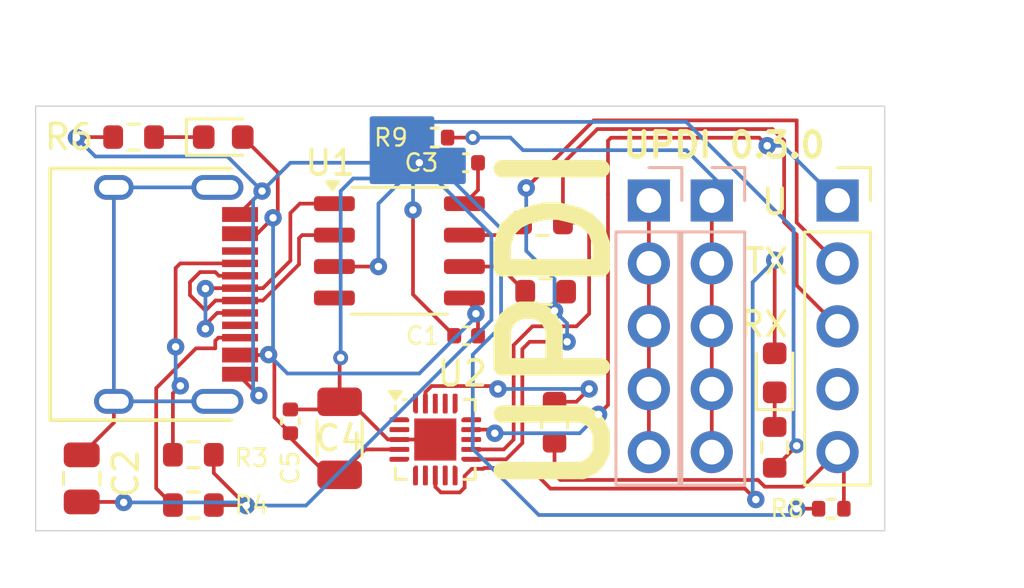
<source format=kicad_pcb>
(kicad_pcb (version 20240108) (generator "pcbnew") (generator_version "8.0")
  (layers (0 "F.Cu" signal) (31 "B.Cu" signal) (34 "B.Paste" user) (35 "F.Paste" user) (36 "B.SilkS" user "B.Silkscreen") (37 "F.SilkS" user "F.Silkscreen") (38 "B.Mask" user) (39 "F.Mask" user) (44 "Edge.Cuts" user))
  (net 0 "")
  (net 1 "5V")
  (net 2 "GND")
  (net 3 "Net-(J2-SHIELD)")
  (net 4 "Net-(U1-V3)")
  (net 5 "Net-(GND1-Pin_1)")
  (net 6 "Net-(D1-K)")
  (net 7 "Net-(D2-K)")
  (net 8 "LED")
  (net 9 "D-")
  (net 10 "Net-(J2-CC1)")
  (net 11 "D+")
  (net 12 "Net-(J2-CC2)")
  (net 13 "PROG")
  (net 15 "MCU_UDPI")
  (net 16 "SERIAL_TX")
  (net 17 "Net-(U1-TXD)")
  (net 18 "Net-(U1-RXD)")
  (net 19 "SERIAL_RX")
  (net 20 "Net-(U2-~{RESET}{slash}PA0)")
  (net 35 "Net-(NC1-Pin_1)")
  (footprint "Capacitor_SMD:C_0402_1005Metric" (layer "F.Cu") (at 216.14 51.181 180)
    (property "Reference" "C1" (at 1.75 0 0) (layer "F.SilkS") (effects (font (size 0.7 0.7) (thickness 0.1))))
    (property "Value" "0.1uf")
    (fp_line (start -0.107836 0.36) (end 0.107836 0.36) (stroke (width 0.12)) (layer "F.SilkS"))
    (fp_line (start -0.107836 -0.36) (end 0.107836 -0.36) (stroke (width 0.12)) (layer "F.SilkS"))
    (pad "1" smd roundrect (at -0.48 0 180) (size 0.56 0.62) (layers "F.Cu" "F.Paste" "F.Mask") (net 1 "5V"))
    (pad "2" smd roundrect (at 0.48 0 180) (size 0.56 0.62) (layers "F.Cu" "F.Paste" "F.Mask") (net 2 "GND"))
  )
  (footprint "Package_SO:SOP-8_3.9x4.9mm_P1.27mm" (layer "F.Cu") (at 213.445 47.752)
    (property "Reference" "U1" (at -2.794 -3.556 0) (layer "F.SilkS"))
    (property "Value" "CH340N")
    (fp_line (start 0 -2.56) (end -1.95 -2.56) (stroke (width 0.12)) (layer "F.SilkS"))
    (fp_line (start 0 -2.56) (end 1.95 -2.56) (stroke (width 0.12)) (layer "F.SilkS"))
    (fp_line (start 0 2.56) (end -1.95 2.56) (stroke (width 0.12)) (layer "F.SilkS"))
    (fp_line (start 0 2.56) (end 1.95 2.56) (stroke (width 0.12)) (layer "F.SilkS"))
    (fp_poly (pts (xy -2.7 -2.465) (xy -2.94 -2.795) (xy -2.46 -2.795) (xy -2.7 -2.465)) (stroke (width 0.12)) (fill solid) (layer "F.SilkS"))
    (pad "1" smd roundrect (at -2.625 -1.905) (size 1.65 0.6) (layers "F.Cu" "F.Paste" "F.Mask") (net 11 "D+"))
    (pad "2" smd roundrect (at -2.625 -0.635) (size 1.65 0.6) (layers "F.Cu" "F.Paste" "F.Mask") (net 9 "D-"))
    (pad "3" smd roundrect (at -2.625 0.635) (size 1.65 0.6) (layers "F.Cu" "F.Paste" "F.Mask") (net 2 "GND"))
    (pad "4" smd roundrect (at -2.625 1.905) (size 1.65 0.6) (layers "F.Cu" "F.Paste" "F.Mask"))
    (pad "5" smd roundrect (at 2.625 1.905) (size 1.65 0.6) (layers "F.Cu" "F.Paste" "F.Mask") (net 1 "5V"))
    (pad "6" smd roundrect (at 2.625 0.635) (size 1.65 0.6) (layers "F.Cu" "F.Paste" "F.Mask") (net 17 "Net-(U1-TXD)"))
    (pad "7" smd roundrect (at 2.625 -0.635) (size 1.65 0.6) (layers "F.Cu" "F.Paste" "F.Mask") (net 18 "Net-(U1-RXD)"))
    (pad "8" smd roundrect (at 2.625 -1.905) (size 1.65 0.6) (layers "F.Cu" "F.Paste" "F.Mask") (net 4 "Net-(U1-V3)"))
  )
  (footprint "Resistor_SMD:R_0603_1608Metric" (layer "F.Cu") (at 219.351 49.403)
    (property "Reference" "R1")
    (property "Value" "1k")
    (fp_line (start -0.237258 -0.5225) (end 0.237258 -0.5225) (stroke (width 0.12)) (layer "F.SilkS"))
    (fp_line (start -0.237258 0.5225) (end 0.237258 0.5225) (stroke (width 0.12)) (layer "F.SilkS"))
    (pad "1" smd roundrect (at -0.825 0) (size 0.8 0.95) (layers "F.Cu" "F.Paste" "F.Mask") (net 17 "Net-(U1-TXD)"))
    (pad "2" smd roundrect (at 0.825 0) (size 0.8 0.95) (layers "F.Cu" "F.Paste" "F.Mask") (net 16 "SERIAL_TX"))
  )
  (footprint "BreadModular_TypeC:HRO-TYPE-C-31-M-12" (layer "F.Cu") (at 199.315 49.51 -90)
    (property "Reference" "J2")
    (property "Value" "USB_C_Receptacle_USB2.0_14P")
    (fp_line (start -5.08 -0.033) (end 5.08 -0.033) (stroke (width 0.15)) (layer "F.SilkS"))
    (fp_line (start -5.08 -0.033) (end -5.08 -7.333) (stroke (width 0.15)) (layer "F.SilkS"))
    (fp_line (start 5.08 -0.033) (end 5.08 -7.333) (stroke (width 0.15)) (layer "F.SilkS"))
    (pad "" np_thru_hole circle (at -2.89 -6.25 270) (size 0.65 0.65) (drill 0.65) (layers "*.Cu" "*.Mask"))
    (pad "" np_thru_hole circle (at 2.89 -6.25 270) (size 0.65 0.65) (drill 0.65) (layers "*.Cu" "*.Mask"))
    (pad "A1" smd rect (at -3.225 -7.695 270) (size 0.6 1.45) (layers "F.Cu" "F.Paste" "F.Mask") (net 2 "GND"))
    (pad "A4" smd rect (at -2.45 -7.695 270) (size 0.6 1.45) (layers "F.Cu" "F.Paste" "F.Mask") (net 1 "5V"))
    (pad "A5" smd rect (at -1.25 -7.695 270) (size 0.3 1.45) (layers "F.Cu" "F.Paste" "F.Mask") (net 10 "Net-(J2-CC1)"))
    (pad "A6" smd rect (at -0.25 -7.695 270) (size 0.3 1.45) (layers "F.Cu" "F.Paste" "F.Mask") (net 11 "D+"))
    (pad "A7" smd rect (at 0.25 -7.695 270) (size 0.3 1.45) (layers "F.Cu" "F.Paste" "F.Mask") (net 9 "D-"))
    (pad "A8" smd rect (at 1.25 -7.695 270) (size 0.3 1.45) (layers "F.Cu" "F.Paste" "F.Mask"))
    (pad "A9" smd rect (at 2.45 -7.695 270) (size 0.6 1.45) (layers "F.Cu" "F.Paste" "F.Mask") (net 1 "5V"))
    (pad "A12" smd rect (at 3.225 -7.695 270) (size 0.6 1.45) (layers "F.Cu" "F.Paste" "F.Mask") (net 2 "GND"))
    (pad "B5" smd rect (at 1.75 -7.695 270) (size 0.3 1.45) (layers "F.Cu" "F.Paste" "F.Mask") (net 12 "Net-(J2-CC2)"))
    (pad "B6" smd rect (at 0.75 -7.695 270) (size 0.3 1.45) (layers "F.Cu" "F.Paste" "F.Mask") (net 11 "D+"))
    (pad "B7" smd rect (at -0.75 -7.695 270) (size 0.3 1.45) (layers "F.Cu" "F.Paste" "F.Mask") (net 9 "D-"))
    (pad "B8" smd rect (at -1.75 -7.695 270) (size 0.3 1.45) (layers "F.Cu" "F.Paste" "F.Mask"))
    (pad "S1" thru_hole oval (at -4.32 -6.78 270) (size 1 2.1) (drill oval 0.6 1.7) (layers "*.Cu" "*.Paste" "*.Mask") (net 3 "Net-(J2-SHIELD)"))
    (pad "S1" thru_hole oval (at -4.32 -2.6 270) (size 1 1.6) (drill oval 0.6 1.2) (layers "*.Cu" "*.Paste" "*.Mask") (net 3 "Net-(J2-SHIELD)"))
    (pad "S1" thru_hole oval (at 4.32 -6.78 270) (size 1 2.1) (drill oval 0.6 1.7) (layers "*.Cu" "*.Paste" "*.Mask") (net 3 "Net-(J2-SHIELD)"))
    (pad "S1" thru_hole oval (at 4.32 -2.6 270) (size 1 1.6) (drill oval 0.6 1.2) (layers "*.Cu" "*.Paste" "*.Mask") (net 3 "Net-(J2-SHIELD)"))
  )
  (footprint "Resistor_SMD:R_0603_1608Metric" (layer "F.Cu") (at 205.124 55.987)
    (property "Reference" "R3" (at 2.349 0.127 0) (layer "F.SilkS") (effects (font (size 0.7 0.7) (thickness 0.1))))
    (property "Value" "5.1k")
    (fp_line (start -0.237258 -0.5225) (end 0.237258 -0.5225) (stroke (width 0.12)) (layer "F.SilkS"))
    (fp_line (start -0.237258 0.5225) (end 0.237258 0.5225) (stroke (width 0.12)) (layer "F.SilkS"))
    (pad "1" smd roundrect (at -0.825 0) (size 0.8 0.95) (layers "F.Cu" "F.Paste" "F.Mask") (net 10 "Net-(J2-CC1)"))
    (pad "2" smd roundrect (at 0.825 0) (size 0.8 0.95) (layers "F.Cu" "F.Paste" "F.Mask") (net 2 "GND"))
  )
  (footprint "Capacitor_SMD:C_0402_1005Metric" (layer "F.Cu") (at 209.042 54.638 -90)
    (property "Reference" "C5" (at 1.877 0 90) (layer "F.SilkS") (effects (font (size 0.7 0.7) (thickness 0.1))))
    (property "Value" "100nf")
    (fp_line (start -0.107836 0.36) (end 0.107836 0.36) (stroke (width 0.12)) (layer "F.SilkS"))
    (fp_line (start -0.107836 -0.36) (end 0.107836 -0.36) (stroke (width 0.12)) (layer "F.SilkS"))
    (pad "1" smd roundrect (at -0.48 0 270) (size 0.56 0.62) (layers "F.Cu" "F.Paste" "F.Mask") (net 2 "GND"))
    (pad "2" smd roundrect (at 0.48 0 270) (size 0.56 0.62) (layers "F.Cu" "F.Paste" "F.Mask") (net 1 "5V"))
  )
  (footprint "Capacitor_SMD:C_1206_3216Metric" (layer "F.Cu") (at 211.032 55.323 -90)
    (property "Reference" "C4" (at 0 0 180) (layer "F.SilkS"))
    (property "Value" "100uf")
    (fp_line (start -0.711252 0.91) (end 0.711252 0.91) (stroke (width 0.12)) (layer "F.SilkS"))
    (fp_line (start -0.711252 -0.91) (end 0.711252 -0.91) (stroke (width 0.12)) (layer "F.SilkS"))
    (pad "1" smd roundrect (at -1.475 0 270) (size 1.15 1.8) (layers "F.Cu" "F.Paste" "F.Mask") (roundrect_rratio 0.217391) (net 2 "GND"))
    (pad "2" smd roundrect (at 1.475 0 270) (size 1.15 1.8) (layers "F.Cu" "F.Paste" "F.Mask") (roundrect_rratio 0.217391) (net 1 "5V"))
  )
  (footprint "LED_SMD:LED_0603_1608Metric" (layer "F.Cu") (at 206.331 43.16)
    (property "Reference" "D1")
    (property "Value" "LED")
    (fp_line (start -1.485 -0.735) (end -1.485 0.735) (stroke (width 0.12)) (layer "F.SilkS"))
    (fp_line (start -1.485 0.735) (end 0.8 0.735) (stroke (width 0.12)) (layer "F.SilkS"))
    (fp_line (start 0.8 -0.735) (end -1.485 -0.735) (stroke (width 0.12)) (layer "F.SilkS"))
    (pad "1" smd roundrect (at -0.7875 0) (size 0.875 0.95) (layers "F.Cu" "F.Paste" "F.Mask") (net 6 "Net-(D1-K)"))
    (pad "2" smd roundrect (at 0.7875 0) (size 0.875 0.95) (layers "F.Cu" "F.Paste" "F.Mask") (net 1 "5V"))
  )
  (footprint "Resistor_SMD:R_0603_1608Metric" (layer "F.Cu") (at 228.6 55.69 -90)
    (property "Reference" "R7")
    (property "Value" "1k")
    (fp_line (start -0.237258 0.5225) (end 0.237258 0.5225) (stroke (width 0.12)) (layer "F.SilkS"))
    (fp_line (start -0.237258 -0.5225) (end 0.237258 -0.5225) (stroke (width 0.12)) (layer "F.SilkS"))
    (pad "1" smd roundrect (at -0.825 0 270) (size 0.8 0.95) (layers "F.Cu" "F.Paste" "F.Mask") (net 7 "Net-(D2-K)"))
    (pad "2" smd roundrect (at 0.825 0 270) (size 0.8 0.95) (layers "F.Cu" "F.Paste" "F.Mask") (net 2 "GND"))
  )
  (footprint "Package_DFN_QFN:VQFN-20-1EP_3x3mm_P0.4mm_EP1.7x1.7mm" (layer "F.Cu") (at 214.895 55.372)
    (property "Reference" "U2" (at 1.09 -2.667 0) (layer "F.SilkS"))
    (property "Value" "ATtiny1616-M")
    (fp_line (start -1.61 -1.16) (end -1.61 -1.37) (stroke (width 0.12)) (layer "F.SilkS"))
    (fp_line (start -1.61 1.61) (end -1.61 1.16) (stroke (width 0.12)) (layer "F.SilkS"))
    (fp_line (start -1.16 -1.61) (end -1.31 -1.61) (stroke (width 0.12)) (layer "F.SilkS"))
    (fp_line (start -1.16 1.61) (end -1.61 1.61) (stroke (width 0.12)) (layer "F.SilkS"))
    (fp_line (start 1.16 -1.61) (end 1.61 -1.61) (stroke (width 0.12)) (layer "F.SilkS"))
    (fp_line (start 1.16 1.61) (end 1.61 1.61) (stroke (width 0.12)) (layer "F.SilkS"))
    (fp_line (start 1.61 -1.61) (end 1.61 -1.16) (stroke (width 0.12)) (layer "F.SilkS"))
    (fp_line (start 1.61 1.61) (end 1.61 1.16) (stroke (width 0.12)) (layer "F.SilkS"))
    (fp_poly (pts (xy -1.61 -1.61) (xy -1.85 -1.94) (xy -1.37 -1.94) (xy -1.61 -1.61)) (stroke (width 0.12)) (fill solid) (layer "F.SilkS"))
    (pad "1" smd custom (at -1.45 -0.8) (size 0.143431 0.143431) (layers "F.Cu" "F.Paste" "F.Mask") (options (clearance outline) (anchor circle)) (primitives (gr_poly (pts (xy -0.35 -0.05) (xy 0.299289 -0.05) (xy 0.35 0.000711) (xy 0.35 0.05) (xy -0.35 0.05)) (width 0.1) (fill yes))))
    (pad "2" smd roundrect (at -1.45 -0.4) (size 0.8 0.2) (layers "F.Cu" "F.Paste" "F.Mask"))
    (pad "3" smd roundrect (at -1.45 0) (size 0.8 0.2) (layers "F.Cu" "F.Paste" "F.Mask") (net 2 "GND"))
    (pad "4" smd roundrect (at -1.45 0.4) (size 0.8 0.2) (layers "F.Cu" "F.Paste" "F.Mask") (net 1 "5V"))
    (pad "5" smd custom (at -1.45 0.8) (size 0.143431 0.143431) (layers "F.Cu" "F.Paste" "F.Mask") (options (clearance outline) (anchor circle)) (primitives (gr_poly (pts (xy -0.35 -0.05) (xy 0.35 -0.05) (xy 0.35 -0.000711) (xy 0.299289 0.05) (xy -0.35 0.05)) (width 0.1) (fill yes))))
    (pad "6" smd custom (at -0.8 1.45) (size 0.143431 0.143431) (layers "F.Cu" "F.Paste" "F.Mask") (options (clearance outline) (anchor circle)) (primitives (gr_poly (pts (xy -0.05 -0.299289) (xy 0.000711 -0.35) (xy 0.05 -0.35) (xy 0.05 0.35) (xy -0.05 0.35)) (width 0.1) (fill yes))))
    (pad "7" smd roundrect (at -0.4 1.45) (size 0.2 0.8) (layers "F.Cu" "F.Paste" "F.Mask"))
    (pad "8" smd roundrect (at 0 1.45) (size 0.2 0.8) (layers "F.Cu" "F.Paste" "F.Mask") (net 8 "LED"))
    (pad "9" smd roundrect (at 0.4 1.45) (size 0.2 0.8) (layers "F.Cu" "F.Paste" "F.Mask"))
    (pad "10" smd custom (at 0.8 1.45) (size 0.143431 0.143431) (layers "F.Cu" "F.Paste" "F.Mask") (options (clearance outline) (anchor circle)) (primitives (gr_poly (pts (xy -0.05 -0.35) (xy -0.000711 -0.35) (xy 0.05 -0.299289) (xy 0.05 0.35) (xy -0.05 0.35)) (width 0.1) (fill yes))))
    (pad "11" smd custom (at 1.45 0.8) (size 0.143431 0.143431) (layers "F.Cu" "F.Paste" "F.Mask") (net 16 "SERIAL_TX") (options (clearance outline) (anchor circle)) (primitives (gr_poly (pts (xy -0.35 -0.05) (xy 0.35 -0.05) (xy 0.35 0.05) (xy -0.299289 0.05) (xy -0.35 -0.000711)) (width 0.1) (fill yes))))
    (pad "12" smd roundrect (at 1.45 0.4) (size 0.8 0.2) (layers "F.Cu" "F.Paste" "F.Mask") (net 19 "SERIAL_RX"))
    (pad "13" smd roundrect (at 1.45 0) (size 0.8 0.2) (layers "F.Cu" "F.Paste" "F.Mask"))
    (pad "14" smd roundrect (at 1.45 -0.4) (size 0.8 0.2) (layers "F.Cu" "F.Paste" "F.Mask") (net 13 "PROG"))
    (pad "15" smd custom (at 1.45 -0.8) (size 0.143431 0.143431) (layers "F.Cu" "F.Paste" "F.Mask") (options (clearance outline) (anchor circle)) (primitives (gr_poly (pts (xy -0.35 0.000711) (xy -0.299289 -0.05) (xy 0.35 -0.05) (xy 0.35 0.05) (xy -0.35 0.05)) (width 0.1) (fill yes))))
    (pad "16" smd custom (at 0.8 -1.45) (size 0.143431 0.143431) (layers "F.Cu" "F.Paste" "F.Mask") (options (clearance outline) (anchor circle)) (primitives (gr_poly (pts (xy -0.05 -0.35) (xy 0.05 -0.35) (xy 0.05 0.299289) (xy -0.000711 0.35) (xy -0.05 0.35)) (width 0.1) (fill yes))))
    (pad "17" smd roundrect (at 0.4 -1.45) (size 0.2 0.8) (layers "F.Cu" "F.Paste" "F.Mask"))
    (pad "18" smd roundrect (at 0 -1.45) (size 0.2 0.8) (layers "F.Cu" "F.Paste" "F.Mask"))
    (pad "19" smd roundrect (at -0.4 -1.45) (size 0.2 0.8) (layers "F.Cu" "F.Paste" "F.Mask") (net 20 "Net-(U2-~{RESET}{slash}PA0)"))
    (pad "20" smd custom (at -0.8 -1.45) (size 0.143431 0.143431) (layers "F.Cu" "F.Paste" "F.Mask") (options (clearance outline) (anchor circle)) (primitives (gr_poly (pts (xy -0.05 -0.35) (xy 0.05 -0.35) (xy 0.05 0.35) (xy 0.000711 0.35) (xy -0.05 0.299289)) (width 0.1) (fill yes))))
    (pad "21" smd rect (at 0 0) (size 1.7 1.7) (property pad_prop_heatsink) (layers "F.Cu" "F.Mask") (net 2 "GND"))
  )
  (footprint "Capacitor_SMD:C_0402_1005Metric" (layer "F.Cu") (at 216.14 44.196)
    (property "Reference" "C3" (at -1.806 0 0) (layer "F.SilkS") (effects (font (size 0.7 0.7) (thickness 0.1))))
    (property "Value" "0.1uf")
    (fp_line (start -0.107836 -0.36) (end 0.107836 -0.36) (stroke (width 0.12)) (layer "F.SilkS"))
    (fp_line (start -0.107836 0.36) (end 0.107836 0.36) (stroke (width 0.12)) (layer "F.SilkS"))
    (pad "1" smd roundrect (at -0.48 0) (size 0.56 0.62) (layers "F.Cu" "F.Paste" "F.Mask") (net 2 "GND"))
    (pad "2" smd roundrect (at 0.48 0) (size 0.56 0.62) (layers "F.Cu" "F.Paste" "F.Mask") (net 4 "Net-(U1-V3)"))
  )
  (footprint "Resistor_SMD:R_0402_1005Metric" (layer "F.Cu") (at 230.884 58.166 180)
    (property "Reference" "R8" (at 1.776 0 0) (layer "F.SilkS") (effects (font (size 0.7 0.7) (thickness 0.1))))
    (property "Value" "100k")
    (fp_line (start -0.153641 0.38) (end 0.153641 0.38) (stroke (width 0.12)) (layer "F.SilkS"))
    (fp_line (start -0.153641 -0.38) (end 0.153641 -0.38) (stroke (width 0.12)) (layer "F.SilkS"))
    (pad "1" smd roundrect (at -0.51 0 180) (size 0.54 0.64) (layers "F.Cu" "F.Paste" "F.Mask") (net 15 "MCU_UDPI"))
    (pad "2" smd roundrect (at 0.51 0 180) (size 0.54 0.64) (layers "F.Cu" "F.Paste" "F.Mask") (net 2 "GND"))
  )
  (footprint "LED_SMD:LED_0603_1608Metric" (layer "F.Cu") (at 228.6 52.6795 90)
    (property "Reference" "D2")
    (property "Value" "LED")
    (fp_line (start 0.8 -0.735) (end -1.485 -0.735) (stroke (width 0.12)) (layer "F.SilkS"))
    (fp_line (start -1.485 -0.735) (end -1.485 0.735) (stroke (width 0.12)) (layer "F.SilkS"))
    (fp_line (start -1.485 0.735) (end 0.8 0.735) (stroke (width 0.12)) (layer "F.SilkS"))
    (pad "1" smd roundrect (at -0.7875 0 90) (size 0.875 0.95) (layers "F.Cu" "F.Paste" "F.Mask") (net 7 "Net-(D2-K)"))
    (pad "2" smd roundrect (at 0.7875 0 90) (size 0.875 0.95) (layers "F.Cu" "F.Paste" "F.Mask") (net 8 "LED"))
  )
  (footprint "Resistor_SMD:R_0603_1608Metric" (layer "F.Cu") (at 205.125 58.019)
    (property "Reference" "R4" (at 2.35 0 0) (layer "F.SilkS") (effects (font (size 0.7 0.7) (thickness 0.1))))
    (property "Value" "5.1k")
    (fp_line (start -0.237258 -0.5225) (end 0.237258 -0.5225) (stroke (width 0.12)) (layer "F.SilkS"))
    (fp_line (start -0.237258 0.5225) (end 0.237258 0.5225) (stroke (width 0.12)) (layer "F.SilkS"))
    (pad "1" smd roundrect (at -0.825 0) (size 0.8 0.95) (layers "F.Cu" "F.Paste" "F.Mask") (net 12 "Net-(J2-CC2)"))
    (pad "2" smd roundrect (at 0.825 0) (size 0.8 0.95) (layers "F.Cu" "F.Paste" "F.Mask") (net 2 "GND"))
  )
  (footprint "Resistor_SMD:R_0603_1608Metric" (layer "F.Cu") (at 219.71 54.673 -90)
    (property "Reference" "R5")
    (property "Value" "4.7k")
    (fp_line (start -0.237258 0.5225) (end 0.237258 0.5225) (stroke (width 0.12)) (layer "F.SilkS"))
    (fp_line (start -0.237258 -0.5225) (end 0.237258 -0.5225) (stroke (width 0.12)) (layer "F.SilkS"))
    (pad "1" smd roundrect (at -0.825 0 270) (size 0.8 0.95) (layers "F.Cu" "F.Paste" "F.Mask") (net 20 "Net-(U2-~{RESET}{slash}PA0)"))
    (pad "2" smd roundrect (at 0.825 0 270) (size 0.8 0.95) (layers "F.Cu" "F.Paste" "F.Mask") (net 15 "MCU_UDPI"))
  )
  (footprint "Capacitor_SMD:C_0805_2012Metric" (layer "F.Cu") (at 200.616 56.942 -90)
    (property "Reference" "C2" (at -0.193 -1.778 90) (layer "F.SilkS"))
    (property "Value" "10nf")
    (fp_line (start -0.261252 0.735) (end 0.261252 0.735) (stroke (width 0.12)) (layer "F.SilkS"))
    (fp_line (start -0.261252 -0.735) (end 0.261252 -0.735) (stroke (width 0.12)) (layer "F.SilkS"))
    (pad "1" smd roundrect (at -0.95 0 270) (size 1 1.45) (layers "F.Cu" "F.Paste" "F.Mask") (net 3 "Net-(J2-SHIELD)"))
    (pad "2" smd roundrect (at 0.95 0 270) (size 1 1.45) (layers "F.Cu" "F.Paste" "F.Mask") (net 2 "GND"))
  )
  (footprint "Resistor_SMD:R_0402_1005Metric" (layer "F.Cu") (at 214.882 43.18 180)
    (property "Reference" "R9" (at 1.778 0 360) (layer "F.SilkS") (effects (font (size 0.7 0.7) (thickness 0.1))))
    (property "Value" "330")
    (fp_line (start -0.153641 0.38) (end 0.153641 0.38) (stroke (width 0.12)) (layer "F.SilkS"))
    (fp_line (start -0.153641 -0.38) (end 0.153641 -0.38) (stroke (width 0.12)) (layer "F.SilkS"))
    (pad "1" smd roundrect (at -0.51 0 180) (size 0.54 0.64) (layers "F.Cu" "F.Paste" "F.Mask") (net 5 "Net-(GND1-Pin_1)"))
    (pad "2" smd roundrect (at 0.51 0 180) (size 0.54 0.64) (layers "F.Cu" "F.Paste" "F.Mask") (net 2 "GND"))
  )
  (footprint "Resistor_SMD:R_0603_1608Metric" (layer "F.Cu") (at 202.712 43.16 180)
    (property "Reference" "R6" (at 2.604 0 0) (layer "F.SilkS"))
    (property "Value" "1k")
    (fp_line (start -0.237258 0.5225) (end 0.237258 0.5225) (stroke (width 0.12)) (layer "F.SilkS"))
    (fp_line (start -0.237258 -0.5225) (end 0.237258 -0.5225) (stroke (width 0.12)) (layer "F.SilkS"))
    (pad "1" smd roundrect (at -0.825 0 180) (size 0.8 0.95) (layers "F.Cu" "F.Paste" "F.Mask") (net 6 "Net-(D1-K)"))
    (pad "2" smd roundrect (at 0.825 0 180) (size 0.8 0.95) (layers "F.Cu" "F.Paste" "F.Mask") (net 2 "GND"))
  )
  (footprint "Resistor_SMD:R_0603_1608Metric" (layer "F.Cu") (at 219.224 46.609)
    (property "Reference" "R2")
    (property "Value" "1k")
    (fp_line (start -0.237258 -0.5225) (end 0.237258 -0.5225) (stroke (width 0.12)) (layer "F.SilkS"))
    (fp_line (start -0.237258 0.5225) (end 0.237258 0.5225) (stroke (width 0.12)) (layer "F.SilkS"))
    (pad "1" smd roundrect (at -0.825 0) (size 0.8 0.95) (layers "F.Cu" "F.Paste" "F.Mask") (net 18 "Net-(U1-RXD)"))
    (pad "2" smd roundrect (at 0.825 0) (size 0.8 0.95) (layers "F.Cu" "F.Paste" "F.Mask") (net 19 "SERIAL_RX"))
  )
  (footprint "Connector_PinSocket_2.54mm:PinSocket_1x05_P2.54mm_Vertical" (layer "F.Cu") (at 231.14 45.72)
    (property "Reference" "OUTPUT1")
    (property "Value" "Conn_01x05_Socket")
    (fp_line (start -1.33 1.27) (end -1.33 11.49) (stroke (width 0.12)) (layer "F.SilkS"))
    (fp_line (start -1.33 1.27) (end 1.33 1.27) (stroke (width 0.12)) (layer "F.SilkS"))
    (fp_line (start -1.33 11.49) (end 1.33 11.49) (stroke (width 0.12)) (layer "F.SilkS"))
    (fp_line (start 0 -1.33) (end 1.33 -1.33) (stroke (width 0.12)) (layer "F.SilkS"))
    (fp_line (start 1.33 -1.33) (end 1.33 0) (stroke (width 0.12)) (layer "F.SilkS"))
    (fp_line (start 1.33 1.27) (end 1.33 11.49) (stroke (width 0.12)) (layer "F.SilkS"))
    (pad "1" thru_hole rect (at 0 0) (size 1.7 1.7) (drill 1) (layers "*.Cu" "*.Mask") (net 13 "PROG"))
    (pad "2" thru_hole oval (at 0 2.54) (size 1.7 1.7) (drill 1) (layers "*.Cu" "*.Mask") (net 16 "SERIAL_TX"))
    (pad "3" thru_hole oval (at 0 5.08) (size 1.7 1.7) (drill 1) (layers "*.Cu" "*.Mask") (net 19 "SERIAL_RX"))
    (pad "4" thru_hole oval (at 0 7.62) (size 1.7 1.7) (drill 1) (layers "*.Cu" "*.Mask"))
    (pad "5" thru_hole oval (at 0 10.16) (size 1.7 1.7) (drill 1) (layers "*.Cu" "*.Mask") (net 15 "MCU_UDPI"))
  )
  (footprint "Connector_PinHeader_2.54mm:PinHeader_1x05_P2.54mm_Vertical" (layer "B.Cu") (at 226.06 45.72 180)
    (property "Reference" "GND1")
    (property "Value" "Conn_01x05_Pin")
    (fp_line (start 1.33 -1.27) (end -1.33 -1.27) (stroke (width 0.12)) (layer "B.SilkS"))
    (fp_line (start 1.33 -11.49) (end 1.33 -1.27) (stroke (width 0.12)) (layer "B.SilkS"))
    (fp_line (start 1.33 -11.49) (end -1.33 -11.49) (stroke (width 0.12)) (layer "B.SilkS"))
    (fp_line (start 0 1.33) (end -1.33 1.33) (stroke (width 0.12)) (layer "B.SilkS"))
    (fp_line (start -1.33 1.33) (end -1.33 0) (stroke (width 0.12)) (layer "B.SilkS"))
    (fp_line (start -1.33 -11.49) (end -1.33 -1.27) (stroke (width 0.12)) (layer "B.SilkS"))
    (pad "1" thru_hole rect (at 0 0 180) (size 1.7 1.7) (drill 1) (layers "*.Cu" "*.Mask") (net 5 "Net-(GND1-Pin_1)"))
    (pad "2" thru_hole oval (at 0 -2.54 180) (size 1.7 1.7) (drill 1) (layers "*.Cu" "*.Mask") (net 5 "Net-(GND1-Pin_1)"))
    (pad "3" thru_hole oval (at 0 -5.08 180) (size 1.7 1.7) (drill 1) (layers "*.Cu" "*.Mask") (net 5 "Net-(GND1-Pin_1)"))
    (pad "4" thru_hole oval (at 0 -7.62 180) (size 1.7 1.7) (drill 1) (layers "*.Cu" "*.Mask") (net 5 "Net-(GND1-Pin_1)"))
    (pad "5" thru_hole oval (at 0 -10.16 180) (size 1.7 1.7) (drill 1) (layers "*.Cu" "*.Mask") (net 5 "Net-(GND1-Pin_1)"))
  )
  (footprint "Connector_PinHeader_2.54mm:PinHeader_1x05_P2.54mm_Vertical" (layer "B.Cu") (at 223.52 45.72 180)
    (property "Reference" "NC1")
    (property "Value" "Conn_01x05_Pin")
    (fp_line (start 1.33 -1.27) (end -1.33 -1.27) (stroke (width 0.12)) (layer "B.SilkS"))
    (fp_line (start 1.33 -11.49) (end 1.33 -1.27) (stroke (width 0.12)) (layer "B.SilkS"))
    (fp_line (start 1.33 -11.49) (end -1.33 -11.49) (stroke (width 0.12)) (layer "B.SilkS"))
    (fp_line (start 0 1.33) (end -1.33 1.33) (stroke (width 0.12)) (layer "B.SilkS"))
    (fp_line (start -1.33 1.33) (end -1.33 0) (stroke (width 0.12)) (layer "B.SilkS"))
    (fp_line (start -1.33 -11.49) (end -1.33 -1.27) (stroke (width 0.12)) (layer "B.SilkS"))
    (pad "1" thru_hole rect (at 0 0 180) (size 1.7 1.7) (drill 1) (layers "*.Cu" "*.Mask") (net 35 "Net-(NC1-Pin_1)"))
    (pad "2" thru_hole oval (at 0 -2.54 180) (size 1.7 1.7) (drill 1) (layers "*.Cu" "*.Mask") (net 35 "Net-(NC1-Pin_1)"))
    (pad "3" thru_hole oval (at 0 -5.08 180) (size 1.7 1.7) (drill 1) (layers "*.Cu" "*.Mask") (net 35 "Net-(NC1-Pin_1)"))
    (pad "4" thru_hole oval (at 0 -7.62 180) (size 1.7 1.7) (drill 1) (layers "*.Cu" "*.Mask") (net 35 "Net-(NC1-Pin_1)"))
    (pad "5" thru_hole oval (at 0 -10.16 180) (size 1.7 1.7) (drill 1) (layers "*.Cu" "*.Mask") (net 35 "Net-(NC1-Pin_1)"))
  )
  (gr_poly (pts (xy 212.344 42.418) (xy 214.757 42.418) (xy 214.757 43.688) (xy 216.027 43.688) (xy 216.027 44.958) (xy 212.344 44.958)) (stroke (width 0.2)) (fill solid) (layer "B.Cu") (net 2))
  (gr_line (start 198.755 59.055) (end 198.755 41.91) (stroke (width 0.05)) (layer "Edge.Cuts"))
  (gr_line (start 233.045 41.91) (end 233.045 59.055) (stroke (width 0.05)) (layer "Edge.Cuts"))
  (gr_line (start 233.045 59.055) (end 198.755 59.055) (stroke (width 0.05)) (layer "Edge.Cuts"))
  (gr_line (start 198.755 41.91) (end 233.045 41.91) (stroke (width 0.05)) (layer "Edge.Cuts"))
  (gr_text "UPDI" (at 222.123 58.039 90) (layer "F.SilkS") (effects (font (size 4 4) (thickness 0.7) (bold yes)) (justify left bottom)))
  (gr_text "U" (at 229.235 46.355 0) (layer "F.SilkS") (effects (font (size 1 1)) (justify right bottom)))
  (gr_text "TX" (at 229.235 48.768 0) (layer "F.SilkS") (effects (font (size 1 1)) (justify right bottom)))
  (gr_text "UPDI 0.3.0" (at 222.377 44.069 0) (layer "F.SilkS") (effects (font (size 1 1) (thickness 0.2) (bold yes)) (justify left bottom)))
  (gr_text "RX" (at 229.235 51.308 0) (layer "F.SilkS") (effects (font (size 1 1)) (justify right bottom)))
  (segment (start 207.1185 43.16) (end 208.534 44.5755) (width 0.15) (layer "F.Cu") (net 1))
  (segment (start 212.344 55.772) (end 213.445 55.772) (width 0.15) (layer "F.Cu") (net 1))
  (segment (start 211.032 56.798) (end 212.058 55.772) (width 0.15) (layer "F.Cu") (net 1))
  (segment (start 208.3435 46.4185) (end 207.702 47.06) (width 0.15) (layer "F.Cu") (net 1))
  (segment (start 208.146 51.96) (end 208.163 51.943) (width 0.15) (layer "F.Cu") (net 1))
  (segment (start 212.058 55.772) (end 212.344 55.772) (width 0.15) (layer "F.Cu") (net 1))
  (segment (start 207.702 47.06) (end 207.01 47.06) (width 0.15) (layer "F.Cu") (net 1))
  (segment (start 207.01 51.96) (end 208.146 51.96) (width 0.15) (layer "F.Cu") (net 1))
  (segment (start 208.534 44.5755) (end 208.534 46.228) (width 0.15) (layer "F.Cu") (net 1))
  (segment (start 208.397 52.177) (end 208.163 51.943) (width 0.15) (layer "F.Cu") (net 1))
  (segment (start 216.535 50.122) (end 216.07 49.657) (width 0.15) (layer "F.Cu") (net 1))
  (segment (start 209.042 55.302974) (end 210.784513 57.045487) (width 0.15) (layer "F.Cu") (net 1))
  (segment (start 209.042 55.118) (end 209.042 55.302974) (width 0.15) (layer "F.Cu") (net 1))
  (segment (start 216.62 50.377) (end 216.62 51.181) (width 0.15) (layer "F.Cu") (net 1))
  (segment (start 208.397 54.473) (end 208.397 52.177) (width 0.15) (layer "F.Cu") (net 1))
  (segment (start 216.535 50.292) (end 216.62 50.377) (width 0.15) (layer "F.Cu") (net 1))
  (segment (start 209.042 55.118) (end 208.397 54.473) (width 0.15) (layer "F.Cu") (net 1))
  (segment (start 208.534 46.228) (end 208.3435 46.4185) (width 0.15) (layer "F.Cu") (net 1))
  (segment (start 216.535 50.292) (end 216.535 50.122) (width 0.15) (layer "F.Cu") (net 1))
  (via (at 208.163 51.943) (size 0.7) (drill 0.3) (layers "F.Cu" "B.Cu") (net 1))
  (via (at 208.3435 46.4185) (size 0.7) (drill 0.3) (layers "F.Cu" "B.Cu") (net 1))
  (via (at 216.535 50.292) (size 0.7) (drill 0.3) (layers "F.Cu" "B.Cu") (net 1))
  (segment (start 208.925 52.705) (end 214.249 52.705) (width 0.15) (layer "B.Cu") (net 1))
  (segment (start 214.249 52.705) (end 216.535 50.419) (width 0.15) (layer "B.Cu") (net 1))
  (segment (start 216.535 50.419) (end 216.535 50.292) (width 0.15) (layer "B.Cu") (net 1))
  (segment (start 208.163 51.943) (end 208.3435 51.7625) (width 0.15) (layer "B.Cu") (net 1))
  (segment (start 208.163 51.943) (end 208.925 52.705) (width 0.15) (layer "B.Cu") (net 1))
  (segment (start 208.3435 51.7625) (end 208.3435 46.4185) (width 0.15) (layer "B.Cu") (net 1))
  (segment (start 201.887 43.16) (end 200.426 43.16) (width 0.15) (layer "F.Cu") (net 2))
  (segment (start 200.426 43.16) (end 200.406 43.18) (width 0.15) (layer "F.Cu") (net 2))
  (segment (start 207.01 46.228) (end 207.899 45.339) (width 0.15) (layer "F.Cu") (net 2))
  (segment (start 229.489 58.166) (end 230.247 58.166) (width 0.15) (layer "F.Cu") (net 2))
  (segment (start 205.949 55.987) (end 205.949 56.724) (width 0.15) (layer "F.Cu") (net 2))
  (segment (start 215.66 44.196) (end 214.249 44.196) (width 0.15) (layer "F.Cu") (net 2))
  (segment (start 212.598 48.387) (end 210.82 48.387) (width 0.15) (layer "F.Cu") (net 2))
  (segment (start 205.949 56.724) (end 207.264 58.039) (width 0.15) (layer "F.Cu") (net 2))
  (segment (start 213.995 49.516) (end 215.66 51.181) (width 0.15) (layer "F.Cu") (net 2))
  (segment (start 209.042 54.158) (end 210.722 54.158) (width 0.15) (layer "F.Cu") (net 2))
  (segment (start 207.244 58.019) (end 207.264 58.039) (width 0.15) (layer "F.Cu") (net 2))
  (segment (start 202.311 57.912) (end 202.291 57.892) (width 0.15) (layer "F.Cu") (net 2))
  (segment (start 214.249 43.303) (end 214.372 43.18) (width 0.15) (layer "F.Cu") (net 2))
  (segment (start 205.95 58.019) (end 207.244 58.019) (width 0.15) (layer "F.Cu") (net 2))
  (segment (start 207.01 46.285) (end 207.01 46.228) (width 0.15) (layer "F.Cu") (net 2))
  (segment (start 213.995 46.101) (end 213.995 49.516) (width 0.15) (layer "F.Cu") (net 2))
  (segment (start 230.247 58.166) (end 230.374 58.293) (width 0.15) (layer "F.Cu") (net 2))
  (segment (start 214.895 55.372) (end 213.445 55.372) (width 0.15) (layer "F.Cu") (net 2))
  (segment (start 212.983994 55.372) (end 213.445 55.372) (width 0.15) (layer "F.Cu") (net 2))
  (segment (start 228.6 56.515) (end 229.489 55.626) (width 0.15) (layer "F.Cu") (net 2))
  (segment (start 211.032 53.848) (end 211.032 52.112) (width 0.15) (layer "F.Cu") (net 2))
  (segment (start 211.032 53.848) (end 211.459994 53.848) (width 0.15) (layer "F.Cu") (net 2))
  (segment (start 202.291 57.892) (end 200.616 57.892) (width 0.15) (layer "F.Cu") (net 2))
  (segment (start 212.473497 54.861503) (end 212.983994 55.372) (width 0.15) (layer "F.Cu") (net 2))
  (segment (start 214.249 44.196) (end 214.249 43.303) (width 0.15) (layer "F.Cu") (net 2))
  (segment (start 207.01 52.735) (end 207.01 52.832) (width 0.15) (layer "F.Cu") (net 2))
  (segment (start 211.459994 53.848) (end 212.473497 54.861503) (width 0.15) (layer "F.Cu") (net 2))
  (segment (start 207.01 52.832) (end 207.772 53.594) (width 0.15) (layer "F.Cu") (net 2))
  (segment (start 210.722 54.158) (end 211.032 53.848) (width 0.15) (layer "F.Cu") (net 2))
  (segment (start 214.374 44.071) (end 214.249 44.196) (width 0.15) (layer "F.Cu") (net 2))
  (segment (start 211.032 52.112) (end 211.074 52.07) (width 0.15) (layer "F.Cu") (net 2))
  (via (at 202.311 57.912) (size 0.7) (drill 0.3) (layers "F.Cu" "B.Cu") (net 2))
  (via (at 211.074 52.07) (size 0.6) (drill 0.3) (layers "F.Cu" "B.Cu") (net 2))
  (via (at 213.995 46.101) (size 0.7) (drill 0.3) (layers "F.Cu" "B.Cu") (net 2))
  (via (at 207.264 58.039) (size 0.7) (drill 0.3) (layers "F.Cu" "B.Cu") (net 2))
  (via (at 229.489 58.166) (size 0.7) (drill 0.3) (layers "F.Cu" "B.Cu") (net 2))
  (via (at 207.772 53.594) (size 0.7) (drill 0.3) (layers "F.Cu" "B.Cu") (net 2))
  (via (at 229.489 55.626) (size 0.6) (drill 0.3) (layers "F.Cu" "B.Cu") (net 2))
  (via (at 212.598 48.387) (size 0.7) (drill 0.3) (layers "F.Cu" "B.Cu") (net 2))
  (via (at 214.249 44.196) (size 0.7) (drill 0.3) (layers "F.Cu" "B.Cu") (net 2))
  (via (at 200.406 43.18) (size 0.7) (drill 0.3) (layers "F.Cu" "B.Cu") (net 2))
  (via (at 207.899 45.339) (size 0.7) (drill 0.3) (layers "F.Cu" "B.Cu") (net 2))
  (segment (start 207.899 45.339) (end 206.502 43.942) (width 0.15) (layer "B.Cu") (net 2))
  (segment (start 209.042 44.196) (end 214.249 44.196) (width 0.15) (layer "B.Cu") (net 2))
  (segment (start 213.995 46.101) (end 213.995 44.45) (width 0.15) (layer "B.Cu") (net 2))
  (segment (start 211.074 45.339) (end 211.582 44.831) (width 0.15) (layer "B.Cu") (net 2))
  (segment (start 211.582 44.831) (end 212.979 44.831) (width 0.15) (layer "B.Cu") (net 2))
  (segment (start 228.709 46.228) (end 225.026 42.545) (width 0.15) (layer "B.Cu") (net 2))
  (segment (start 207.538 53.36) (end 207.538 45.7) (width 0.15) (layer "B.Cu") (net 2))
  (segment (start 229.362 46.863) (end 228.727 46.228) (width 0.15) (layer "B.Cu") (net 2))
  (segment (start 207.137 57.912) (end 207.264 58.039) (width 0.15) (layer "B.Cu") (net 2))
  (segment (start 229.489 55.626) (end 229.362 55.499) (width 0.15) (layer "B.Cu") (net 2))
  (segment (start 207.538 45.7) (end 207.899 45.339) (width 0.15) (layer "B.Cu") (net 2))
  (segment (start 212.979 44.831) (end 213.233 44.577) (width 0.15) (layer "B.Cu") (net 2))
  (segment (start 207.899 45.339) (end 209.042 44.196) (width 0.15) (layer "B.Cu") (net 2))
  (segment (start 202.311 57.912) (end 207.137 57.912) (width 0.15) (layer "B.Cu") (net 2))
  (segment (start 214.122 44.196) (end 214.249 44.196) (width 0.15) (layer "B.Cu") (net 2))
  (segment (start 212.598 48.387) (end 212.598 45.847) (width 0.15) (layer "B.Cu") (net 2))
  (segment (start 214.884 44.196) (end 214.249 44.196) (width 0.15) (layer "B.Cu") (net 2))
  (segment (start 213.487 43.434) (end 214.249 44.196) (width 0.15) (layer "B.Cu") (net 2))
  (segment (start 209.671884 58.039) (end 217.16 50.550884) (width 0.15) (layer "B.Cu") (net 2))
  (segment (start 217.551 46.863) (end 214.884 44.196) (width 0.15) (layer "B.Cu") (net 2))
  (segment (start 225.026 42.545) (end 213.614 42.545) (width 0.15) (layer "B.Cu") (net 2))
  (segment (start 216.408 51.943) (end 217.551 50.8) (width 0.15) (layer "B.Cu") (net 2))
  (segment (start 213.487 42.672) (end 213.487 43.434) (width 0.15) (layer "B.Cu") (net 2))
  (segment (start 213.995 44.45) (end 214.249 44.196) (width 0.15) (layer "B.Cu") (net 2))
  (segment (start 219.075 58.42) (end 216.408 55.753) (width 0.15) (layer "B.Cu") (net 2))
  (segment (start 211.074 52.07) (end 211.074 45.339) (width 0.15) (layer "B.Cu") (net 2))
  (segment (start 213.868 44.577) (end 214.249 44.196) (width 0.15) (layer "B.Cu") (net 2))
  (segment (start 217.16 50.550884) (end 217.16 47.107) (width 0.15) (layer "B.Cu") (net 2))
  (segment (start 206.502 43.942) (end 201.168 43.942) (width 0.15) (layer "B.Cu") (net 2))
  (segment (start 217.551 50.8) (end 217.551 46.863) (width 0.15) (layer "B.Cu") (net 2))
  (segment (start 229.489 58.166) (end 229.235 58.42) (width 0.15) (layer "B.Cu") (net 2))
  (segment (start 207.772 53.594) (end 207.538 53.36) (width 0.15) (layer "B.Cu") (net 2))
  (segment (start 201.168 43.942) (end 200.406 43.18) (width 0.15) (layer "B.Cu") (net 2))
  (segment (start 207.264 58.039) (end 209.671884 58.039) (width 0.15) (layer "B.Cu") (net 2))
  (segment (start 229.362 55.499) (end 229.362 46.863) (width 0.15) (layer "B.Cu") (net 2))
  (segment (start 212.598 45.847) (end 214.249 44.196) (width 0.15) (layer "B.Cu") (net 2))
  (segment (start 200.406 43.18) (end 200.533 43.053) (width 0.15) (layer "B.Cu") (net 2))
  (segment (start 228.727 46.228) (end 228.709 46.228) (width 0.15) (layer "B.Cu") (net 2))
  (segment (start 229.235 58.42) (end 219.075 58.42) (width 0.15) (layer "B.Cu") (net 2))
  (segment (start 216.408 55.753) (end 216.408 51.943) (width 0.15) (layer "B.Cu") (net 2))
  (segment (start 217.16 47.107) (end 214.249 44.196) (width 0.15) (layer "B.Cu") (net 2))
  (segment (start 213.614 42.545) (end 213.487 42.672) (width 0.15) (layer "B.Cu") (net 2))
  (segment (start 213.233 44.577) (end 213.868 44.577) (width 0.15) (layer "B.Cu") (net 2))
  (segment (start 200.616 55.992) (end 201.915 54.693) (width 0.15) (layer "F.Cu") (net 3))
  (segment (start 201.915 54.693) (end 201.915 53.83) (width 0.15) (layer "F.Cu") (net 3))
  (segment (start 201.915 53.83) (end 206.095 53.83) (width 0.15) (layer "B.Cu") (net 3))
  (segment (start 206.095 45.19) (end 201.915 45.19) (width 0.15) (layer "B.Cu") (net 3))
  (segment (start 201.915 45.19) (end 201.915 53.83) (width 0.15) (layer "B.Cu") (net 3))
  (segment (start 216.62 45.297) (end 216.62 44.196) (width 0.15) (layer "F.Cu") (net 4))
  (segment (start 216.07 45.847) (end 216.62 45.297) (width 0.15) (layer "F.Cu") (net 4))
  (segment (start 226.06 45.72) (end 226.06 55.88) (width 0.15) (layer "F.Cu") (net 5))
  (segment (start 216.408 43.18) (end 215.392 43.18) (width 0.15) (layer "F.Cu") (net 5))
  (via (at 216.408 43.18) (size 0.6) (drill 0.3) (layers "F.Cu" "B.Cu") (net 5))
  (segment (start 216.408 43.18) (end 217.932 43.18) (width 0.15) (layer "B.Cu") (net 5))
  (segment (start 226.307487 44.964512) (end 226.307487 45.472513) (width 0.15) (layer "B.Cu") (net 5))
  (segment (start 217.932 43.18) (end 218.44 43.688) (width 0.15) (layer "B.Cu") (net 5))
  (segment (start 225.030975 43.688) (end 226.307487 44.964512) (width 0.15) (layer "B.Cu") (net 5))
  (segment (start 218.44 43.688) (end 225.030975 43.688) (width 0.15) (layer "B.Cu") (net 5))
  (segment (start 205.5435 43.16) (end 203.537 43.16) (width 0.15) (layer "F.Cu") (net 6))
  (segment (start 228.6 54.865) (end 228.6 53.467) (width 0.15) (layer "F.Cu") (net 7))
  (segment (start 214.895 57.283006) (end 214.895 56.822) (width 0.15) (layer "F.Cu") (net 8))
  (segment (start 216.366 56.557) (end 216.08 56.843) (width 0.15) (layer "F.Cu") (net 8))
  (segment (start 216.08 56.843) (end 216.08 57.310224) (width 0.15) (layer "F.Cu") (net 8))
  (segment (start 227.398 57.355) (end 219.547025 57.355) (width 0.15) (layer "F.Cu") (net 8))
  (segment (start 228.6 51.892) (end 228.6 48.133) (width 0.15) (layer "F.Cu") (net 8))
  (segment (start 217.905949 56.515) (end 217.898949 56.522) (width 0.15) (layer "F.Cu") (net 8))
  (segment (start 215.883224 57.507) (end 215.118994 57.507) (width 0.15) (layer "F.Cu") (net 8))
  (segment (start 227.838 57.795) (end 227.398 57.355) (width 0.15) (layer "F.Cu") (net 8))
  (segment (start 219.547025 57.355) (end 218.707025 56.515) (width 0.15) (layer "F.Cu") (net 8))
  (segment (start 215.118994 57.507) (end 214.895 57.283006) (width 0.15) (layer "F.Cu") (net 8))
  (segment (start 216.868224 56.522) (end 216.833224 56.557) (width 0.15) (layer "F.Cu") (net 8))
  (segment (start 217.898949 56.522) (end 216.868224 56.522) (width 0.15) (layer "F.Cu") (net 8))
  (segment (start 218.707025 56.515) (end 217.905949 56.515) (width 0.15) (layer "F.Cu") (net 8))
  (segment (start 216.08 57.310224) (end 215.883224 57.507) (width 0.15) (layer "F.Cu") (net 8))
  (segment (start 216.833224 56.557) (end 216.366 56.557) (width 0.15) (layer "F.Cu") (net 8))
  (via (at 228.6 48.133) (size 0.7) (drill 0.3) (layers "F.Cu" "B.Cu") (net 8))
  (via (at 227.838 57.795) (size 0.7) (drill 0.3) (layers "F.Cu" "B.Cu") (net 8))
  (segment (start 227.711 57.668) (end 227.711 49.022) (width 0.15) (layer "B.Cu") (net 8))
  (segment (start 227.711 49.022) (end 228.6 48.133) (width 0.15) (layer "B.Cu") (net 8))
  (segment (start 227.838 57.795) (end 227.711 57.668) (width 0.15) (layer "B.Cu") (net 8))
  (segment (start 209.392 47.244) (end 209.519 47.117) (width 0.15) (layer "F.Cu") (net 9))
  (segment (start 206.018 49.76) (end 205.613 50.165) (width 0.15) (layer "F.Cu") (net 9))
  (segment (start 207.01 49.76) (end 206.018 49.76) (width 0.15) (layer "F.Cu") (net 9))
  (segment (start 209.519 47.117) (end 210.82 47.117) (width 0.15) (layer "F.Cu") (net 9))
  (segment (start 209.045487 48.644487) (end 209.045488 48.644487) (width 0.15) (layer "F.Cu") (net 9))
  (segment (start 204.988 49.017116) (end 205.395116 48.61) (width 0.15) (layer "F.Cu") (net 9))
  (segment (start 206.01 48.61) (end 206.16 48.76) (width 0.15) (layer "F.Cu") (net 9))
  (segment (start 204.988 49.54) (end 204.988 49.017116) (width 0.15) (layer "F.Cu") (net 9))
  (segment (start 205.613 50.165) (end 204.988 49.54) (width 0.15) (layer "F.Cu") (net 9))
  (segment (start 209.392 48.297975) (end 209.392 47.244) (width 0.15) (layer "F.Cu") (net 9))
  (segment (start 205.395116 48.61) (end 206.01 48.61) (width 0.15) (layer "F.Cu") (net 9))
  (segment (start 209.045488 48.644487) (end 209.392 48.297975) (width 0.15) (layer "F.Cu") (net 9))
  (segment (start 207.929974 49.76) (end 209.045487 48.644487) (width 0.15) (layer "F.Cu") (net 9))
  (segment (start 206.16 48.76) (end 207.01 48.76) (width 0.15) (layer "F.Cu") (net 9))
  (segment (start 207.01 49.76) (end 207.929974 49.76) (width 0.15) (layer "F.Cu") (net 9))
  (segment (start 204.597 48.26) (end 207.01 48.26) (width 0.15) (layer "F.Cu") (net 10))
  (segment (start 204.299 55.987) (end 204.299 53.505884) (width 0.15) (layer "F.Cu") (net 10))
  (segment (start 204.409058 51.628058) (end 204.409058 48.447942) (width 0.15) (layer "F.Cu") (net 10))
  (segment (start 204.409058 48.447942) (end 204.597 48.26) (width 0.15) (layer "F.Cu") (net 10))
  (segment (start 204.299 53.505884) (end 204.599883 53.205001) (width 0.15) (layer "F.Cu") (net 10))
  (via (at 204.599883 53.205001) (size 0.7) (drill 0.3) (layers "F.Cu" "B.Cu") (net 10))
  (via (at 204.409058 51.628058) (size 0.7) (drill 0.3) (layers "F.Cu" "B.Cu") (net 10))
  (segment (start 204.599883 53.205001) (end 204.409058 53.014176) (width 0.15) (layer "B.Cu") (net 10))
  (segment (start 204.409058 53.014176) (end 204.409058 51.628058) (width 0.15) (layer "B.Cu") (net 10))
  (segment (start 205.61114 50.73386) (end 206.085 50.26) (width 0.15) (layer "F.Cu") (net 11))
  (segment (start 206.085 50.26) (end 207.01 50.26) (width 0.15) (layer "F.Cu") (net 11))
  (segment (start 205.629 49.26) (end 207.01 49.26) (width 0.15) (layer "F.Cu") (net 11))
  (segment (start 207.935 49.26) (end 209.042 48.153) (width 0.15) (layer "F.Cu") (net 11))
  (segment (start 209.423 45.847) (end 210.82 45.847) (width 0.15) (layer "F.Cu") (net 11))
  (segment (start 205.61114 50.899976) (end 205.61114 50.73386) (width 0.15) (layer "F.Cu") (net 11))
  (segment (start 207.01 49.26) (end 207.935 49.26) (width 0.15) (layer "F.Cu") (net 11))
  (segment (start 205.613 49.276) (end 205.629 49.26) (width 0.15) (layer "F.Cu") (net 11))
  (segment (start 209.042 46.228) (end 209.423 45.847) (width 0.15) (layer "F.Cu") (net 11))
  (segment (start 209.042 48.153) (end 209.042 46.228) (width 0.15) (layer "F.Cu") (net 11))
  (via (at 205.613 49.276) (size 0.7) (drill 0.3) (layers "F.Cu" "B.Cu") (net 11))
  (via (at 205.61114 50.899976) (size 0.7) (drill 0.3) (layers "F.Cu" "B.Cu") (net 11))
  (segment (start 205.613 50.898116) (end 205.61114 50.899976) (width 0.15) (layer "B.Cu") (net 11))
  (segment (start 205.613 49.276) (end 205.613 50.898116) (width 0.15) (layer "B.Cu") (net 11))
  (segment (start 206.01 51.385) (end 206.135 51.26) (width 0.15) (layer "F.Cu") (net 12))
  (segment (start 203.624 53.297) (end 205.232 51.689) (width 0.15) (layer "F.Cu") (net 12))
  (segment (start 206.01 51.689) (end 206.01 51.385) (width 0.15) (layer "F.Cu") (net 12))
  (segment (start 203.624 57.343) (end 203.624 53.297) (width 0.15) (layer "F.Cu") (net 12))
  (segment (start 204.3 58.019) (end 203.624 57.343) (width 0.15) (layer "F.Cu") (net 12))
  (segment (start 205.232 51.689) (end 206.01 51.689) (width 0.15) (layer "F.Cu") (net 12))
  (segment (start 206.135 51.26) (end 207.01 51.26) (width 0.15) (layer "F.Cu") (net 12))
  (segment (start 221.869 43.307) (end 221.991 43.185) (width 0.15) (layer "F.Cu") (net 13))
  (segment (start 227.975116 43.185) (end 228.298058 43.507942) (width 0.15) (layer "F.Cu") (net 13))
  (segment (start 221.869 53.975) (end 221.869 45.466) (width 0.15) (layer "F.Cu") (net 13))
  (segment (start 216.345 54.972) (end 217.151 54.972) (width 0.15) (layer "F.Cu") (net 13))
  (segment (start 217.151 54.972) (end 217.297 55.118) (width 0.15) (layer "F.Cu") (net 13))
  (segment (start 221.991 43.185) (end 222.25 43.185) (width 0.15) (layer "F.Cu") (net 13))
  (segment (start 222.25 43.185) (end 227.975116 43.185) (width 0.15) (layer "F.Cu") (net 13))
  (segment (start 221.488 54.356) (end 221.869 53.975) (width 0.15) (layer "F.Cu") (net 13))
  (segment (start 221.869 45.466) (end 221.869 43.307) (width 0.15) (layer "F.Cu") (net 13))
  (via (at 228.298058 43.507942) (size 0.7) (drill 0.3) (layers "F.Cu" "B.Cu") (net 13))
  (via (at 221.488 54.356) (size 0.7) (drill 0.3) (layers "F.Cu" "B.Cu") (net 13))
  (via (at 217.297 55.118) (size 0.7) (drill 0.3) (layers "F.Cu" "B.Cu") (net 13))
  (segment (start 217.297 55.118) (end 220.726 55.118) (width 0.15) (layer "B.Cu") (net 13))
  (segment (start 228.927942 43.507942) (end 231.14 45.72) (width 0.15) (layer "B.Cu") (net 13))
  (segment (start 220.726 55.118) (end 221.488 54.356) (width 0.15) (layer "B.Cu") (net 13))
  (segment (start 228.298058 43.507942) (end 228.927942 43.507942) (width 0.15) (layer "B.Cu") (net 13))
  (segment (start 231.394 58.293) (end 231.394 56.134) (width 0.15) (layer "F.Cu") (net 15))
  (segment (start 219.946 57.005) (end 227.926708 57.005) (width 0.15) (layer "F.Cu") (net 15))
  (segment (start 229.743 57.277) (end 231.14 55.88) (width 0.15) (layer "F.Cu") (net 15))
  (segment (start 228.198708 57.277) (end 229.743 57.277) (width 0.15) (layer "F.Cu") (net 15))
  (segment (start 219.71 56.769) (end 219.946 57.005) (width 0.15) (layer "F.Cu") (net 15))
  (segment (start 219.71 55.498) (end 219.71 56.769) (width 0.15) (layer "F.Cu") (net 15))
  (segment (start 227.926708 57.005) (end 228.198708 57.277) (width 0.15) (layer "F.Cu") (net 15))
  (segment (start 231.394 56.134) (end 231.14 55.88) (width 0.15) (layer "F.Cu") (net 15))
  (segment (start 219.71 50.175) (end 219.71 49.869) (width 0.15) (layer "F.Cu") (net 16))
  (segment (start 229.489 42.485) (end 229.489 46.609) (width 0.15) (layer "F.Cu") (net 16))
  (segment (start 217.753974 56.172) (end 216.345 56.172) (width 0.15) (layer "F.Cu") (net 16))
  (segment (start 218.567 45.212) (end 221.294 42.485) (width 0.15) (layer "F.Cu") (net 16))
  (segment (start 229.489 46.609) (end 231.14 48.26) (width 0.15) (layer "F.Cu") (net 16))
  (segment (start 221.294 42.485) (end 229.489 42.485) (width 0.15) (layer "F.Cu") (net 16))
  (segment (start 219.71 49.869) (end 220.176 49.403) (width 0.15) (layer "F.Cu") (net 16))
  (segment (start 218.704 51.425) (end 218.409 51.72) (width 0.15) (layer "F.Cu") (net 16))
  (segment (start 218.409 51.72) (end 218.409 55.516974) (width 0.15) (layer "F.Cu") (net 16))
  (segment (start 218.409 55.516974) (end 217.753974 56.172) (width 0.15) (layer "F.Cu") (net 16))
  (segment (start 220.218 51.425) (end 218.704 51.425) (width 0.15) (layer "F.Cu") (net 16))
  (via (at 220.218 51.425) (size 0.7) (drill 0.3) (layers "F.Cu" "B.Cu") (net 16))
  (via (at 219.71 50.175) (size 0.7) (drill 0.3) (layers "F.Cu" "B.Cu") (net 16))
  (via (at 218.567 45.212) (size 0.7) (drill 0.3) (layers "F.Cu" "B.Cu") (net 16))
  (segment (start 220.218 50.683) (end 219.71 50.175) (width 0.15) (layer "B.Cu") (net 16))
  (segment (start 220.218 51.425) (end 220.218 50.683) (width 0.15) (layer "B.Cu") (net 16))
  (segment (start 218.567 45.212) (end 218.567 47.752) (width 0.15) (layer "B.Cu") (net 16))
  (segment (start 219.71 48.895) (end 219.71 50.175) (width 0.15) (layer "B.Cu") (net 16))
  (segment (start 218.567 47.752) (end 219.71 48.895) (width 0.15) (layer "B.Cu") (net 16))
  (segment (start 217.51 48.387) (end 218.526 49.403) (width 0.15) (layer "F.Cu") (net 17))
  (segment (start 216.07 48.387) (end 217.51 48.387) (width 0.15) (layer "F.Cu") (net 17))
  (segment (start 216.07 47.117) (end 217.891 47.117) (width 0.15) (layer "F.Cu") (net 18))
  (segment (start 217.891 47.117) (end 218.399 46.609) (width 0.15) (layer "F.Cu") (net 18))
  (segment (start 221.107 50.292) (end 220.599 50.8) (width 0.15) (layer "F.Cu") (net 19))
  (segment (start 220.599 50.8) (end 218.821 50.8) (width 0.15) (layer "F.Cu") (net 19))
  (segment (start 217.659 55.772) (end 216.345 55.772) (width 0.15) (layer "F.Cu") (net 19))
  (segment (start 228.509 42.835) (end 221.438974 42.835) (width 0.15) (layer "F.Cu") (net 19))
  (segment (start 220.049 46.609) (end 221.107 46.609) (width 0.15) (layer "F.Cu") (net 19))
  (segment (start 229.489 49.149) (end 229.489 47.103975) (width 0.15) (layer "F.Cu") (net 19))
  (segment (start 218.059 51.562) (end 218.059 55.372) (width 0.15) (layer "F.Cu") (net 19))
  (segment (start 221.107 46.609) (end 221.107 50.292) (width 0.15) (layer "F.Cu") (net 19))
  (segment (start 218.059 55.372) (end 217.659 55.772) (width 0.15) (layer "F.Cu") (net 19))
  (segment (start 229.489 47.103975) (end 228.981 46.595975) (width 0.15) (layer "F.Cu") (net 19))
  (segment (start 220.049 44.224974) (end 220.049 46.609) (width 0.15) (layer "F.Cu") (net 19))
  (segment (start 228.981 43.307) (end 228.509 42.835) (width 0.15) (layer "F.Cu") (net 19))
  (segment (start 218.821 50.8) (end 218.059 51.562) (width 0.15) (layer "F.Cu") (net 19))
  (segment (start 231.14 50.8) (end 229.489 49.149) (width 0.15) (layer "F.Cu") (net 19))
  (segment (start 221.438974 42.835) (end 220.049 44.224974) (width 0.15) (layer "F.Cu") (net 19))
  (segment (start 228.981 46.595975) (end 228.981 43.307) (width 0.15) (layer "F.Cu") (net 19))
  (segment (start 220.589 53.848) (end 219.71 53.848) (width 0.15) (layer "F.Cu") (net 20))
  (segment (start 214.742994 53.213) (end 217.307 53.213) (width 0.15) (layer "F.Cu") (net 20))
  (segment (start 217.307 53.213) (end 217.424 53.33) (width 0.15) (layer "F.Cu") (net 20))
  (segment (start 214.495 53.460994) (end 214.742994 53.213) (width 0.15) (layer "F.Cu") (net 20))
  (segment (start 221.107 53.33) (end 220.589 53.848) (width 0.15) (layer "F.Cu") (net 20))
  (segment (start 214.495 53.922) (end 214.495 53.460994) (width 0.15) (layer "F.Cu") (net 20))
  (via (at 217.424 53.33) (size 0.7) (drill 0.3) (layers "F.Cu" "B.Cu") (net 20))
  (via (at 221.107 53.33) (size 0.7) (drill 0.3) (layers "F.Cu" "B.Cu") (net 20))
  (segment (start 217.424 53.33) (end 221.107 53.33) (width 0.15) (layer "B.Cu") (net 20))
  (segment (start 223.52 45.72) (end 223.52 55.88) (width 0.15) (layer "F.Cu") (net 35))
)
</source>
